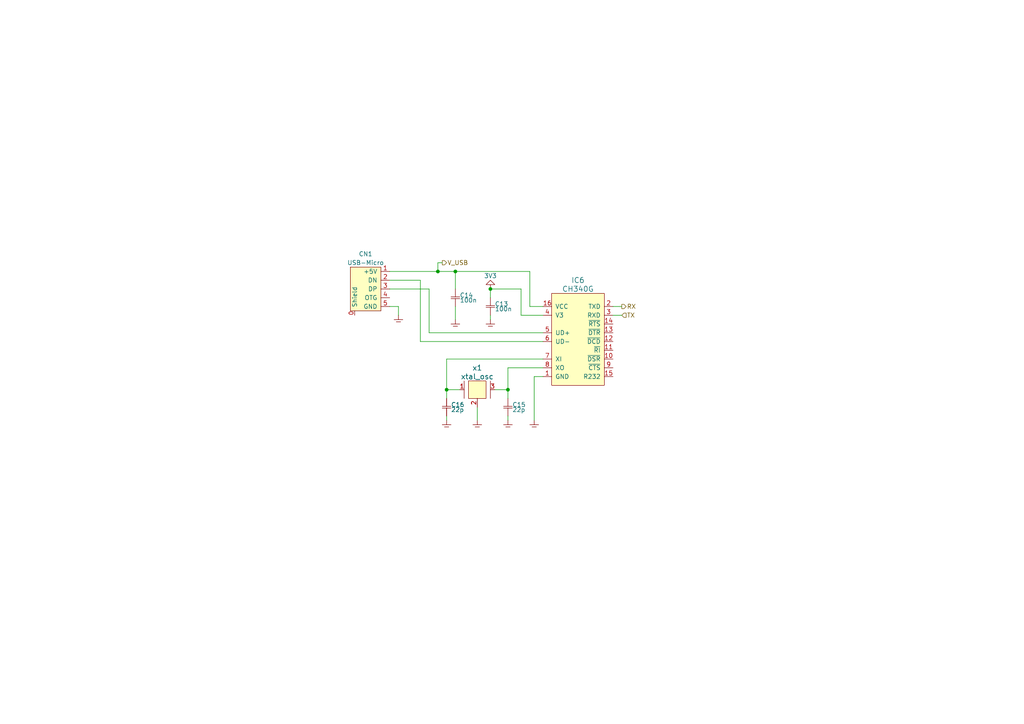
<source format=kicad_sch>
(kicad_sch (version 20230121) (generator eeschema)
  (paper "A4")
  (lib_symbols
    (symbol "generic:3V3" (power) (pin_numbers hide) (pin_names (offset 0) hide)
      (property "Value" "3V3" (at 0 3.81 0))
      (symbol "3V3_0_1"
        (polyline (pts (xy 0 0) (xy 0 1.27) (xy -1.27 1.27) (xy 0 2.54) (xy 1.27 1.27) (xy 0 1.27)))
      )
      (symbol "3V3_1_1"
        (pin power_in line (at 0 0 90) (length 2.54) hide (name "3V3") (number "~"))
      )
    )
    (symbol "generic:C" (pin_numbers hide) (pin_names (offset 0) hide)
      (property "Reference" "C" (at 2.54 0 0))
      (property "Value" "C" (at 2.54 -2.54 0))
      (symbol "C_0_1"
        (polyline (pts (xy -1.27 -0.254) (xy 1.27 -0.254)))
        (polyline (pts (xy 1.27 0.254) (xy -1.27 0.254)))
      )
      (symbol "C_1_1"
        (pin bidirectional line (at 0 2.54 270) (length 2.3114) (name "~") (number "1"))
        (pin bidirectional line (at 0 -2.54 90) (length 2.3114) (name "~") (number "2"))
      )
    )
    (symbol "generic:GND" (power) (pin_numbers hide) (pin_names (offset 0) hide)
      (symbol "GND_0_1"
        (polyline (pts (xy -1.27 -1.27) (xy 1.27 -1.27)))
        (polyline (pts (xy 0 -2.54) (xy 0 -2.54)))
        (polyline (pts (xy 0 -1.27) (xy 0 0)))
        (polyline (pts (xy 0.635 -1.905) (xy -0.635 -1.905)))
      )
      (symbol "GND_1_1"
        (pin power_in line (at 0 0 270) (length 2.54) hide (name "GND") (number "~"))
      )
    )
    (symbol "generic:USB-Micro" (pin_names (offset 1.016))
      (property "Reference" "CN" (at 2.54 7.62 0))
      (property "Value" "USB-Micro" (at 3.81 5.08 0))
      (symbol "USB-Micro_0_1"
        (rectangle (start 0 3.81) (end 8.89 -8.89) (fill (type background)))
      )
      (symbol "USB-Micro_1_1"
        (pin input line (at 7.62 -10.16 90) (length 1.27) (name "Shield") (number "0"))
        (pin bidirectional line (at -2.54 2.54 0) (length 2.54) (name "+5V") (number "1"))
        (pin bidirectional line (at -2.54 0 0) (length 2.54) (name "DN") (number "2"))
        (pin bidirectional line (at -2.54 -2.54 0) (length 2.54) (name "DP") (number "3"))
        (pin bidirectional line (at -2.54 -5.08 0) (length 2.54) (name "OTG") (number "4"))
        (pin bidirectional line (at -2.54 -7.62 0) (length 2.54) (name "GND") (number "5"))
      )
    )
    (symbol "oscillators:xtal_osc" (pin_names (offset 1.016))
      (property "Reference" "x" (at -3.81 6.35 0))
      (property "Value" "xtal_osc" (at 0 3.81 0))
      (symbol "xtal_osc_0_1"
        (rectangle (start -2.54 2.54) (end 2.54 -2.54) (fill (type background)))
        (polyline (pts (xy -3.81 2.54) (xy -3.81 -2.54)))
        (polyline (pts (xy 3.81 2.54) (xy 3.81 -2.54)))
      )
      (symbol "xtal_osc_1_1"
        (pin input line (at -5.08 0 0) (length 1.27) (name "~") (number "1"))
        (pin input line (at 0 -5.08 90) (length 2.54) (name "~") (number "2"))
        (pin input line (at 5.08 0 180) (length 1.27) (name "~") (number "3"))
        (pin input line (at 0 -5.08 90) (length 2.54) hide (name "~") (number "4"))
      )
    )
    (symbol "serial:CH340G" (pin_names (offset 1.016))
      (property "Reference" "IC" (at -5.08 15.24 0))
      (property "Value" "CH340G" (at 0 12.7 0))
      (symbol "CH340G_0_1"
        (rectangle (start -7.62 13.97) (end 7.62 -12.7) (fill (type background)))
      )
      (symbol "CH340G_1_1"
        (pin input line (at -10.16 -10.16 0) (length 2.54) (name "GND") (number "1"))
        (pin input line (at 10.16 -5.08 180) (length 2.54) (name "~{DSR}") (number "10"))
        (pin input line (at 10.16 -2.54 180) (length 2.54) (name "~{RI}") (number "11"))
        (pin input line (at 10.16 0 180) (length 2.54) (name "~{DCD}") (number "12"))
        (pin input line (at 10.16 2.54 180) (length 2.54) (name "~{DTR}") (number "13"))
        (pin input line (at 10.16 5.08 180) (length 2.54) (name "~{RTS}") (number "14"))
        (pin input line (at 10.16 -10.16 180) (length 2.54) (name "R232") (number "15"))
        (pin input line (at -10.16 10.16 0) (length 2.54) (name "VCC") (number "16"))
        (pin input line (at 10.16 10.16 180) (length 2.54) (name "TXD") (number "2"))
        (pin input line (at 10.16 7.62 180) (length 2.54) (name "RXD") (number "3"))
        (pin input line (at -10.16 7.62 0) (length 2.54) (name "V3") (number "4"))
        (pin input line (at -10.16 2.54 0) (length 2.54) (name "UD+") (number "5"))
        (pin input line (at -10.16 0 0) (length 2.54) (name "UD-") (number "6"))
        (pin input line (at -10.16 -5.08 0) (length 2.54) (name "XI") (number "7"))
        (pin input line (at -10.16 -7.62 0) (length 2.54) (name "XO") (number "8"))
        (pin input line (at 10.16 -7.62 180) (length 2.54) (name "~{CTS}") (number "9"))
      )
    )
  )
  (junction (at 142.24 83.82))
  (junction (at 147.32 113.03))
  (junction (at 132.08 78.74))
  (junction (at 127 78.74))
  (junction (at 129.54 113.03))
  (wire (pts (xy 129.54 113.03) (xy 129.54 104.14)))
  (wire (pts (xy 124.46 83.82) (xy 124.46 96.52)))
  (wire (pts (xy 143.51 113.03) (xy 147.32 113.03)))
  (wire (pts (xy 142.24 91.44) (xy 142.24 92.71)))
  (wire (pts (xy 124.46 96.52) (xy 157.48 96.52)))
  (wire (pts (xy 157.48 109.22) (xy 154.94 109.22)))
  (wire (pts (xy 121.92 81.28) (xy 121.92 99.06)))
  (wire (pts (xy 113.03 78.74) (xy 127 78.74)))
  (wire (pts (xy 132.08 78.74) (xy 132.08 83.82)))
  (wire (pts (xy 147.32 106.68) (xy 157.48 106.68)))
  (wire (pts (xy 147.32 120.65) (xy 147.32 121.92)))
  (wire (pts (xy 132.08 78.74) (xy 127 78.74)))
  (wire (pts (xy 177.8 91.44) (xy 180.34 91.44)))
  (wire (pts (xy 153.67 78.74) (xy 153.67 88.9)))
  (wire (pts (xy 177.8 88.9) (xy 180.34 88.9)))
  (wire (pts (xy 113.03 81.28) (xy 121.92 81.28)))
  (wire (pts (xy 127 78.74) (xy 127 76.2)))
  (wire (pts (xy 129.54 113.03) (xy 133.35 113.03)))
  (wire (pts (xy 153.67 88.9) (xy 157.48 88.9)))
  (wire (pts (xy 129.54 104.14) (xy 157.48 104.14)))
  (wire (pts (xy 113.03 83.82) (xy 124.46 83.82)))
  (wire (pts (xy 129.54 115.57) (xy 129.54 113.03)))
  (wire (pts (xy 151.13 83.82) (xy 151.13 91.44)))
  (wire (pts (xy 147.32 113.03) (xy 147.32 115.57)))
  (wire (pts (xy 129.54 120.65) (xy 129.54 121.92)))
  (wire (pts (xy 151.13 91.44) (xy 157.48 91.44)))
  (wire (pts (xy 153.67 78.74) (xy 132.08 78.74)))
  (wire (pts (xy 121.92 99.06) (xy 157.48 99.06)))
  (wire (pts (xy 138.43 118.11) (xy 138.43 121.92)))
  (wire (pts (xy 147.32 113.03) (xy 147.32 106.68)))
  (wire (pts (xy 113.03 88.9) (xy 115.57 88.9)))
  (wire (pts (xy 142.24 83.82) (xy 142.24 86.36)))
  (wire (pts (xy 142.24 83.82) (xy 151.13 83.82)))
  (wire (pts (xy 132.08 88.9) (xy 132.08 92.71)))
  (wire (pts (xy 115.57 88.9) (xy 115.57 91.44)))
  (wire (pts (xy 127 76.2) (xy 128.27 76.2)))
  (wire (pts (xy 154.94 109.22) (xy 154.94 121.92)))
  (hierarchical_label "V_USB" (shape output) (at 128.27 76.2 0))
  (hierarchical_label "RX" (shape output) (at 180.34 88.9 0))
  (hierarchical_label "TX" (shape input) (at 180.34 91.44 0))
  (symbol (lib_id "generic:GND") (at 138.43 121.92 0) (unit 1)
    (property "Reference" "#GND0120" (effects hide))
    (property "Value" "GND" (effects hide))
  )
  (symbol (lib_id "serial:CH340G") (at 167.64 99.06 0) (unit 1)
    (property "Reference" "IC6" (at 167.64 81.28 0) (effects (font (size 1.524 1.524))))
    (property "Value" "CH340G" (at 167.64 83.82 0) (effects (font (size 1.524 1.524))))
    (property "Footprint" "SOP:SOP-16" (effects hide))
  )
  (symbol (lib_id "generic:GND") (at 129.54 121.92 0) (unit 1)
    (property "Reference" "#GND0121" (effects hide))
    (property "Value" "GND" (effects hide))
  )
  (symbol (lib_id "generic:C") (at 132.08 86.36 0) (unit 1)
    (property "Reference" "C14" (at 133.35 86.36 0) (effects (justify left bottom)))
    (property "Value" "100n" (at 133.35 86.36 0) (effects (justify left top)))
    (property "Footprint" "SMT:0603" (effects hide))
  )
  (symbol (lib_id "generic:GND") (at 115.57 91.44 0) (unit 1)
    (property "Reference" "#GND0124" (effects hide))
    (property "Value" "GND" (effects hide))
  )
  (symbol (lib_id "generic:GND") (at 154.94 121.92 0) (unit 1)
    (property "Reference" "#GND0119" (effects hide))
    (property "Value" "GND" (effects hide))
  )
  (symbol (lib_id "oscillators:xtal_osc") (at 138.43 113.03 0) (unit 1)
    (property "Reference" "x1" (at 138.43 106.68 0) (effects (font (size 1.524 1.524))))
    (property "Value" "xtal_osc" (at 138.43 109.22 0) (effects (font (size 1.524 1.524))))
  )
  (symbol (lib_id "generic:GND") (at 132.08 92.71 0) (unit 1)
    (property "Reference" "#GND0123" (effects hide))
    (property "Value" "GND" (effects hide))
  )
  (symbol (lib_id "generic:GND") (at 142.24 92.71 0) (unit 1)
    (property "Reference" "#GND0122" (effects hide))
    (property "Value" "GND" (effects hide))
  )
  (symbol (lib_id "generic:USB-Micro") (at 110.49 81.28 0) (mirror y) (unit 1)
    (property "Reference" "CN1" (at 106.045 73.66 0))
    (property "Value" "USB-Micro" (at 106.045 76.2 0))
    (property "Footprint" "USB:micro_usb" (effects hide))
  )
  (symbol (lib_id "generic:C") (at 129.54 118.11 0) (unit 1)
    (property "Reference" "C16" (at 130.81 118.11 0) (effects (justify left bottom)))
    (property "Value" "22p" (at 130.81 118.11 0) (effects (justify left top)))
    (property "Footprint" "SMT:0603" (effects hide))
  )
  (symbol (lib_id "generic:C") (at 142.24 88.9 0) (unit 1)
    (property "Reference" "C13" (at 143.51 88.9 0) (effects (justify left bottom)))
    (property "Value" "100n" (at 143.51 88.9 0) (effects (justify left top)))
    (property "Footprint" "SMT:0603" (effects hide))
  )
  (symbol (lib_id "generic:C") (at 147.32 118.11 0) (unit 1)
    (property "Reference" "C15" (at 148.59 118.11 0) (effects (justify left bottom)))
    (property "Value" "22p" (at 148.59 118.11 0) (effects (justify left top)))
    (property "Footprint" "SMT:0603" (effects hide))
  )
  (symbol (lib_id "generic:GND") (at 147.32 121.92 0) (unit 1)
    (property "Reference" "#GND0118" (effects hide))
    (property "Value" "GND" (effects hide))
  )
  (symbol (lib_id "generic:3V3") (at 142.24 83.82 0) (unit 1)
    (property "Reference" "#3V0101" (effects hide))
    (property "Value" "3V3" (at 142.24 80.01 0))
  )
)
</source>
